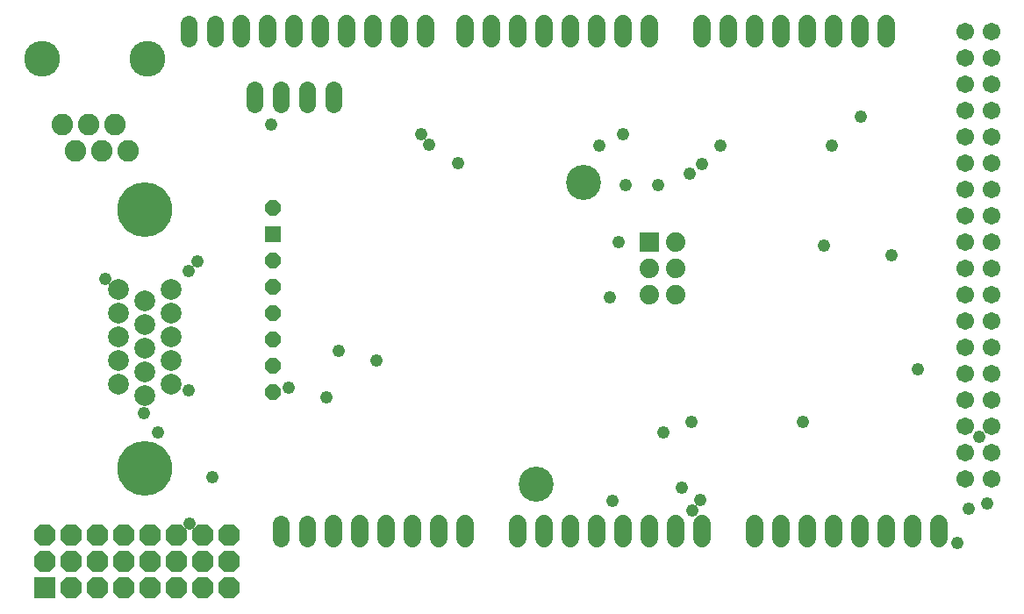
<source format=gbs>
G75*
G70*
%OFA0B0*%
%FSLAX24Y24*%
%IPPOS*%
%LPD*%
%AMOC8*
5,1,8,0,0,1.08239X$1,22.5*
%
%ADD10C,0.1330*%
%ADD11C,0.0674*%
%ADD12C,0.0674*%
%ADD13C,0.0640*%
%ADD14C,0.0740*%
%ADD15R,0.0740X0.0740*%
%ADD16C,0.0820*%
%ADD17C,0.1360*%
%ADD18R,0.0820X0.0820*%
%ADD19OC8,0.0820*%
%ADD20OC8,0.0595*%
%ADD21R,0.0595X0.0595*%
%ADD22C,0.0789*%
%ADD23C,0.2080*%
%ADD24C,0.0480*%
D10*
X021575Y004900D03*
X023375Y016350D03*
D11*
X022875Y021803D02*
X022875Y022397D01*
X023875Y022397D02*
X023875Y021803D01*
X024875Y021803D02*
X024875Y022397D01*
X025875Y022397D02*
X025875Y021803D01*
X027875Y021803D02*
X027875Y022397D01*
X028875Y022397D02*
X028875Y021803D01*
X029875Y021803D02*
X029875Y022397D01*
X030875Y022397D02*
X030875Y021803D01*
X031875Y021803D02*
X031875Y022397D01*
X032875Y022397D02*
X032875Y021803D01*
X033875Y021803D02*
X033875Y022397D01*
X034875Y022397D02*
X034875Y021803D01*
X021875Y021803D02*
X021875Y022397D01*
X020875Y022397D02*
X020875Y021803D01*
X019875Y021803D02*
X019875Y022397D01*
X018875Y022397D02*
X018875Y021803D01*
X017375Y021803D02*
X017375Y022397D01*
X016375Y022397D02*
X016375Y021803D01*
X015375Y021803D02*
X015375Y022397D01*
X014375Y022397D02*
X014375Y021803D01*
X013375Y021803D02*
X013375Y022397D01*
X012375Y022397D02*
X012375Y021803D01*
X011375Y021803D02*
X011375Y022397D01*
X010375Y022397D02*
X010375Y021803D01*
X010375Y022397D01*
X013875Y003397D02*
X013875Y002803D01*
X014875Y002803D02*
X014875Y003397D01*
X015875Y003397D02*
X015875Y002803D01*
X016875Y002803D02*
X016875Y003397D01*
X017875Y003397D02*
X017875Y002803D01*
X018875Y002803D02*
X018875Y003397D01*
X020875Y003397D02*
X020875Y002803D01*
X021875Y002803D02*
X021875Y003397D01*
X022875Y003397D02*
X022875Y002803D01*
X023875Y002803D02*
X023875Y003397D01*
X024875Y003397D02*
X024875Y002803D01*
X025875Y002803D02*
X025875Y003397D01*
X026875Y003397D02*
X026875Y002803D01*
X027875Y002803D02*
X027875Y003397D01*
X029875Y003397D02*
X029875Y002803D01*
X030875Y002803D02*
X030875Y003397D01*
X031875Y003397D02*
X031875Y002803D01*
X032875Y002803D02*
X032875Y003397D01*
X033875Y003397D02*
X033875Y002803D01*
X034875Y002803D02*
X034875Y003397D01*
X035875Y003397D02*
X035875Y002803D01*
X036875Y002803D02*
X036875Y003397D01*
D12*
X037875Y005100D03*
X038875Y005100D03*
X038875Y006100D03*
X037875Y006100D03*
X037875Y007100D03*
X038875Y007100D03*
X038875Y008100D03*
X037875Y008100D03*
X037875Y009100D03*
X038875Y009100D03*
X038875Y010100D03*
X038875Y011100D03*
X037875Y011100D03*
X037875Y010100D03*
X037875Y012100D03*
X038875Y012100D03*
X038875Y013100D03*
X037875Y013100D03*
X037875Y014100D03*
X038875Y014100D03*
X038875Y015100D03*
X037875Y015100D03*
X037875Y016100D03*
X038875Y016100D03*
X038875Y017100D03*
X038875Y018100D03*
X037875Y018100D03*
X037875Y017100D03*
X037875Y019100D03*
X038875Y019100D03*
X038875Y020100D03*
X037875Y020100D03*
X037875Y021100D03*
X038875Y021100D03*
X038875Y022100D03*
X037875Y022100D03*
D13*
X013875Y019880D02*
X013875Y019320D01*
X012875Y019320D02*
X012875Y019880D01*
X011875Y019880D02*
X011875Y019320D01*
X010875Y019320D02*
X010875Y019880D01*
X009375Y021820D02*
X009375Y022380D01*
X008375Y022380D02*
X008375Y021820D01*
X011875Y003380D02*
X011875Y002820D01*
X012875Y002820D02*
X012875Y003380D01*
D14*
X025875Y012100D03*
X026875Y012100D03*
X026875Y013100D03*
X025875Y013100D03*
X026875Y014100D03*
D15*
X025875Y014100D03*
D16*
X006075Y017550D03*
X005075Y017550D03*
X004075Y017550D03*
X003575Y018550D03*
X004575Y018550D03*
X005575Y018550D03*
D17*
X006825Y021050D03*
X002825Y021050D03*
D18*
X002925Y000950D03*
D19*
X003925Y000950D03*
X004925Y000950D03*
X005925Y000950D03*
X006925Y000950D03*
X007925Y000950D03*
X008925Y000950D03*
X009925Y000950D03*
X009925Y001950D03*
X008925Y001950D03*
X007925Y001950D03*
X006925Y001950D03*
X005925Y001950D03*
X004925Y001950D03*
X003925Y001950D03*
X002925Y001950D03*
X002925Y002950D03*
X003925Y002950D03*
X004925Y002950D03*
X005925Y002950D03*
X006925Y002950D03*
X007925Y002950D03*
X008925Y002950D03*
X009925Y002950D03*
D20*
X011575Y008400D03*
X011575Y009400D03*
X011575Y010400D03*
X011575Y011400D03*
X011575Y012400D03*
X011575Y013400D03*
X011575Y015400D03*
D21*
X011575Y014400D03*
D22*
X007725Y012300D03*
X006725Y011850D03*
X007725Y011400D03*
X006725Y010950D03*
X007725Y010500D03*
X006725Y010050D03*
X007725Y009600D03*
X006725Y009150D03*
X007725Y008700D03*
X006725Y008250D03*
X005725Y008700D03*
X005725Y009600D03*
X005725Y010500D03*
X005725Y011400D03*
X005725Y012300D03*
D23*
X006725Y015320D03*
X006725Y005480D03*
D24*
X007225Y006850D03*
X006675Y007600D03*
X008375Y008450D03*
X012175Y008550D03*
X013625Y008200D03*
X015525Y009600D03*
X014075Y009950D03*
X008725Y013350D03*
X008375Y013000D03*
X005225Y012700D03*
X011525Y018550D03*
X017225Y018200D03*
X017525Y017800D03*
X018625Y017100D03*
X023975Y017750D03*
X024875Y018200D03*
X027425Y016700D03*
X027875Y017050D03*
X028575Y017750D03*
X026225Y016250D03*
X024975Y016250D03*
X024725Y014100D03*
X024375Y012000D03*
X027475Y007250D03*
X026425Y006850D03*
X027125Y004750D03*
X027825Y004300D03*
X027525Y003900D03*
X024475Y004250D03*
X031725Y007250D03*
X036075Y009250D03*
X038425Y006700D03*
X038725Y004150D03*
X038025Y003950D03*
X037575Y002650D03*
X035075Y013600D03*
X032525Y013950D03*
X032825Y017750D03*
X033925Y018850D03*
X009275Y005150D03*
X008425Y003400D03*
M02*

</source>
